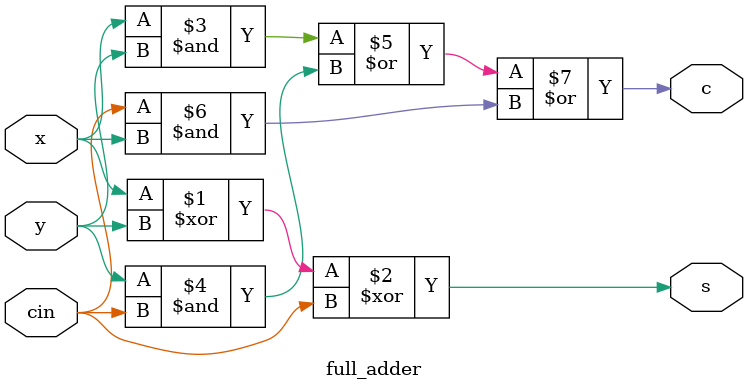
<source format=v>
module full_adder (
	input x,
	input y,
	input cin,
	output wire s,
	output wire c
);
	assign s = (x ^ y) ^ cin;
	assign c = ((x & y) | (y & cin)) | (cin & x);
endmodule

</source>
